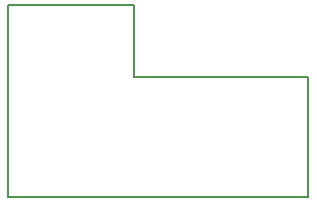
<source format=gbr>
G04 #@! TF.GenerationSoftware,KiCad,Pcbnew,(5.0.0-rc2-200-g1f6f76beb)*
G04 #@! TF.CreationDate,2020-02-24T22:29:59-05:00*
G04 #@! TF.ProjectId,watch-power,77617463682D706F7765722E6B696361,rev?*
G04 #@! TF.SameCoordinates,Original*
G04 #@! TF.FileFunction,Profile,NP*
%FSLAX46Y46*%
G04 Gerber Fmt 4.6, Leading zero omitted, Abs format (unit mm)*
G04 Created by KiCad (PCBNEW (5.0.0-rc2-200-g1f6f76beb)) date Mon Feb 24 22:29:59 2020*
%MOMM*%
%LPD*%
G01*
G04 APERTURE LIST*
%ADD10C,0.150000*%
G04 APERTURE END LIST*
D10*
X96520000Y-71120000D02*
X96520000Y-81280000D01*
X71120000Y-65024000D02*
X81788000Y-65024000D01*
X81788000Y-71120000D02*
X96520000Y-71120000D01*
X81788000Y-65024000D02*
X81788000Y-71120000D01*
X71120000Y-81280000D02*
X71120000Y-65024000D01*
X96520000Y-81280000D02*
X71120000Y-81280000D01*
M02*

</source>
